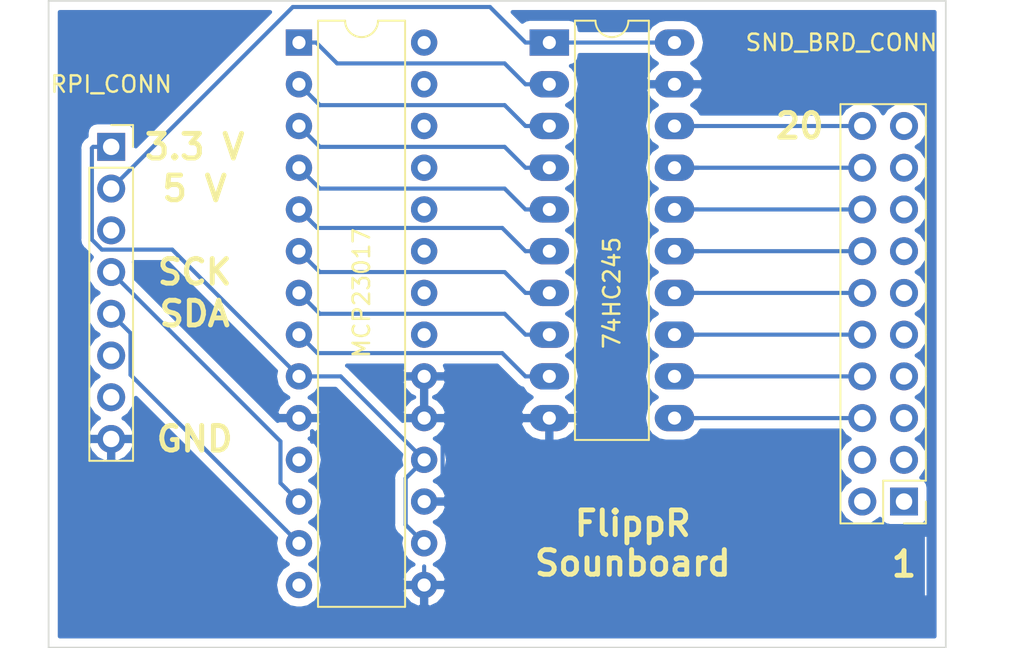
<source format=kicad_pcb>
(kicad_pcb (version 20171130) (host pcbnew 5.0.2-bee76a0~70~ubuntu18.04.1)

  (general
    (thickness 1.6)
    (drawings 12)
    (tracks 87)
    (zones 0)
    (modules 4)
    (nets 47)
  )

  (page A4)
  (layers
    (0 F.Cu signal)
    (31 B.Cu signal)
    (33 F.Adhes user)
    (35 F.Paste user)
    (37 F.SilkS user hide)
    (39 F.Mask user)
    (40 Dwgs.User user)
    (41 Cmts.User user)
    (42 Eco1.User user)
    (43 Eco2.User user)
    (44 Edge.Cuts user)
    (45 Margin user)
    (46 B.CrtYd user)
    (47 F.CrtYd user)
    (49 F.Fab user)
  )

  (setup
    (last_trace_width 0.25)
    (trace_clearance 0.2)
    (zone_clearance 0.508)
    (zone_45_only no)
    (trace_min 0.2)
    (segment_width 0.2)
    (edge_width 0.1)
    (via_size 0.8)
    (via_drill 0.4)
    (via_min_size 0.4)
    (via_min_drill 0.3)
    (uvia_size 0.3)
    (uvia_drill 0.1)
    (uvias_allowed no)
    (uvia_min_size 0.2)
    (uvia_min_drill 0.1)
    (pcb_text_width 0.3)
    (pcb_text_size 1.5 1.5)
    (mod_edge_width 0.15)
    (mod_text_size 1 1)
    (mod_text_width 0.15)
    (pad_size 1.5 1.5)
    (pad_drill 0.6)
    (pad_to_mask_clearance 0)
    (aux_axis_origin 0 0)
    (visible_elements FFFFFF7F)
    (pcbplotparams
      (layerselection 0x010fc_ffffffff)
      (usegerberextensions false)
      (usegerberattributes false)
      (usegerberadvancedattributes false)
      (creategerberjobfile false)
      (excludeedgelayer true)
      (linewidth 0.100000)
      (plotframeref false)
      (viasonmask false)
      (mode 1)
      (useauxorigin false)
      (hpglpennumber 1)
      (hpglpenspeed 20)
      (hpglpendiameter 15.000000)
      (psnegative false)
      (psa4output false)
      (plotreference true)
      (plotvalue true)
      (plotinvisibletext false)
      (padsonsilk false)
      (subtractmaskfromsilk false)
      (outputformat 1)
      (mirror false)
      (drillshape 1)
      (scaleselection 1)
      (outputdirectory ""))
  )

  (net 0 "")
  (net 1 "Net-(U1-Pad1)")
  (net 2 GND)
  (net 3 "Net-(U1-Pad2)")
  (net 4 +3V3)
  (net 5 "Net-(U1-Pad3)")
  (net 6 "Net-(U1-Pad4)")
  (net 7 "Net-(U1-Pad5)")
  (net 8 "Net-(U1-Pad6)")
  (net 9 "Net-(U1-Pad7)")
  (net 10 "Net-(U1-Pad21)")
  (net 11 "Net-(U1-Pad8)")
  (net 12 "Net-(U1-Pad22)")
  (net 13 "Net-(U1-Pad23)")
  (net 14 "Net-(U1-Pad24)")
  (net 15 "Net-(U1-Pad11)")
  (net 16 "Net-(U1-Pad25)")
  (net 17 /SCK)
  (net 18 "Net-(U1-Pad26)")
  (net 19 /SDA)
  (net 20 "Net-(U1-Pad27)")
  (net 21 "Net-(U1-Pad14)")
  (net 22 "Net-(U1-Pad28)")
  (net 23 +5V)
  (net 24 "Net-(J2-Pad6)")
  (net 25 "Net-(J2-Pad8)")
  (net 26 "Net-(J2-Pad10)")
  (net 27 "Net-(J2-Pad12)")
  (net 28 "Net-(J2-Pad14)")
  (net 29 "Net-(J2-Pad16)")
  (net 30 "Net-(J2-Pad18)")
  (net 31 "Net-(J2-Pad20)")
  (net 32 "Net-(J2-Pad1)")
  (net 33 "Net-(J2-Pad2)")
  (net 34 "Net-(J2-Pad3)")
  (net 35 "Net-(J2-Pad4)")
  (net 36 "Net-(J2-Pad5)")
  (net 37 "Net-(J2-Pad7)")
  (net 38 "Net-(J2-Pad9)")
  (net 39 "Net-(J2-Pad11)")
  (net 40 "Net-(J2-Pad13)")
  (net 41 "Net-(J2-Pad15)")
  (net 42 "Net-(J2-Pad17)")
  (net 43 "Net-(J2-Pad19)")
  (net 44 "Net-(J1-Pad3)")
  (net 45 "Net-(J1-Pad6)")
  (net 46 "Net-(J1-Pad7)")

  (net_class Default "This is the default net class."
    (clearance 0.2)
    (trace_width 0.25)
    (via_dia 0.8)
    (via_drill 0.4)
    (uvia_dia 0.3)
    (uvia_drill 0.1)
    (add_net +3V3)
    (add_net +5V)
    (add_net /SCK)
    (add_net /SDA)
    (add_net GND)
    (add_net "Net-(J1-Pad3)")
    (add_net "Net-(J1-Pad6)")
    (add_net "Net-(J1-Pad7)")
    (add_net "Net-(J2-Pad1)")
    (add_net "Net-(J2-Pad10)")
    (add_net "Net-(J2-Pad11)")
    (add_net "Net-(J2-Pad12)")
    (add_net "Net-(J2-Pad13)")
    (add_net "Net-(J2-Pad14)")
    (add_net "Net-(J2-Pad15)")
    (add_net "Net-(J2-Pad16)")
    (add_net "Net-(J2-Pad17)")
    (add_net "Net-(J2-Pad18)")
    (add_net "Net-(J2-Pad19)")
    (add_net "Net-(J2-Pad2)")
    (add_net "Net-(J2-Pad20)")
    (add_net "Net-(J2-Pad3)")
    (add_net "Net-(J2-Pad4)")
    (add_net "Net-(J2-Pad5)")
    (add_net "Net-(J2-Pad6)")
    (add_net "Net-(J2-Pad7)")
    (add_net "Net-(J2-Pad8)")
    (add_net "Net-(J2-Pad9)")
    (add_net "Net-(U1-Pad1)")
    (add_net "Net-(U1-Pad11)")
    (add_net "Net-(U1-Pad14)")
    (add_net "Net-(U1-Pad2)")
    (add_net "Net-(U1-Pad21)")
    (add_net "Net-(U1-Pad22)")
    (add_net "Net-(U1-Pad23)")
    (add_net "Net-(U1-Pad24)")
    (add_net "Net-(U1-Pad25)")
    (add_net "Net-(U1-Pad26)")
    (add_net "Net-(U1-Pad27)")
    (add_net "Net-(U1-Pad28)")
    (add_net "Net-(U1-Pad3)")
    (add_net "Net-(U1-Pad4)")
    (add_net "Net-(U1-Pad5)")
    (add_net "Net-(U1-Pad6)")
    (add_net "Net-(U1-Pad7)")
    (add_net "Net-(U1-Pad8)")
  )

  (module Connector_PinHeader_2.54mm:PinHeader_2x10_P2.54mm_Vertical (layer F.Cu) (tedit 5C4A36D9) (tstamp 5C58DA7B)
    (at 125.73 60.96 180)
    (descr "Through hole straight pin header, 2x10, 2.54mm pitch, double rows")
    (tags "Through hole pin header THT 2x10 2.54mm double row")
    (path /5C4A3D78)
    (fp_text reference SND_BRD_CONN (at 3.81 27.94) (layer F.SilkS)
      (effects (font (size 1 1) (thickness 0.15)))
    )
    (fp_text value Conn_02x10_Odd_Even (at 1.27 25.19 180) (layer F.Fab)
      (effects (font (size 1 1) (thickness 0.15)))
    )
    (fp_line (start 0 -1.27) (end 3.81 -1.27) (layer F.Fab) (width 0.1))
    (fp_line (start 3.81 -1.27) (end 3.81 24.13) (layer F.Fab) (width 0.1))
    (fp_line (start 3.81 24.13) (end -1.27 24.13) (layer F.Fab) (width 0.1))
    (fp_line (start -1.27 24.13) (end -1.27 0) (layer F.Fab) (width 0.1))
    (fp_line (start -1.27 0) (end 0 -1.27) (layer F.Fab) (width 0.1))
    (fp_line (start -1.33 24.19) (end 3.87 24.19) (layer F.SilkS) (width 0.12))
    (fp_line (start -1.33 1.27) (end -1.33 24.19) (layer F.SilkS) (width 0.12))
    (fp_line (start 3.87 -1.33) (end 3.87 24.19) (layer F.SilkS) (width 0.12))
    (fp_line (start -1.33 1.27) (end 1.27 1.27) (layer F.SilkS) (width 0.12))
    (fp_line (start 1.27 1.27) (end 1.27 -1.33) (layer F.SilkS) (width 0.12))
    (fp_line (start 1.27 -1.33) (end 3.87 -1.33) (layer F.SilkS) (width 0.12))
    (fp_line (start -1.33 0) (end -1.33 -1.33) (layer F.SilkS) (width 0.12))
    (fp_line (start -1.33 -1.33) (end 0 -1.33) (layer F.SilkS) (width 0.12))
    (fp_line (start -1.8 -1.8) (end -1.8 24.65) (layer F.CrtYd) (width 0.05))
    (fp_line (start -1.8 24.65) (end 4.35 24.65) (layer F.CrtYd) (width 0.05))
    (fp_line (start 4.35 24.65) (end 4.35 -1.8) (layer F.CrtYd) (width 0.05))
    (fp_line (start 4.35 -1.8) (end -1.8 -1.8) (layer F.CrtYd) (width 0.05))
    (fp_text user %R (at 1.27 11.43 270) (layer F.Fab)
      (effects (font (size 1 1) (thickness 0.15)))
    )
    (pad 1 thru_hole rect (at 0 0 180) (size 1.7 1.7) (drill 1) (layers *.Cu *.Mask)
      (net 32 "Net-(J2-Pad1)"))
    (pad 2 thru_hole oval (at 2.54 0 180) (size 1.7 1.7) (drill 1) (layers *.Cu *.Mask)
      (net 33 "Net-(J2-Pad2)"))
    (pad 3 thru_hole oval (at 0 2.54 180) (size 1.7 1.7) (drill 1) (layers *.Cu *.Mask)
      (net 34 "Net-(J2-Pad3)"))
    (pad 4 thru_hole oval (at 2.54 2.54 180) (size 1.7 1.7) (drill 1) (layers *.Cu *.Mask)
      (net 35 "Net-(J2-Pad4)"))
    (pad 5 thru_hole oval (at 0 5.08 180) (size 1.7 1.7) (drill 1) (layers *.Cu *.Mask)
      (net 36 "Net-(J2-Pad5)"))
    (pad 6 thru_hole oval (at 2.54 5.08 180) (size 1.7 1.7) (drill 1) (layers *.Cu *.Mask)
      (net 24 "Net-(J2-Pad6)"))
    (pad 7 thru_hole oval (at 0 7.62 180) (size 1.7 1.7) (drill 1) (layers *.Cu *.Mask)
      (net 37 "Net-(J2-Pad7)"))
    (pad 8 thru_hole oval (at 2.54 7.62 180) (size 1.7 1.7) (drill 1) (layers *.Cu *.Mask)
      (net 25 "Net-(J2-Pad8)"))
    (pad 9 thru_hole oval (at 0 10.16 180) (size 1.7 1.7) (drill 1) (layers *.Cu *.Mask)
      (net 38 "Net-(J2-Pad9)"))
    (pad 10 thru_hole oval (at 2.54 10.16 180) (size 1.7 1.7) (drill 1) (layers *.Cu *.Mask)
      (net 26 "Net-(J2-Pad10)"))
    (pad 11 thru_hole oval (at 0 12.7 180) (size 1.7 1.7) (drill 1) (layers *.Cu *.Mask)
      (net 39 "Net-(J2-Pad11)"))
    (pad 12 thru_hole oval (at 2.54 12.7 180) (size 1.7 1.7) (drill 1) (layers *.Cu *.Mask)
      (net 27 "Net-(J2-Pad12)"))
    (pad 13 thru_hole oval (at 0 15.24 180) (size 1.7 1.7) (drill 1) (layers *.Cu *.Mask)
      (net 40 "Net-(J2-Pad13)"))
    (pad 14 thru_hole oval (at 2.54 15.24 180) (size 1.7 1.7) (drill 1) (layers *.Cu *.Mask)
      (net 28 "Net-(J2-Pad14)"))
    (pad 15 thru_hole oval (at 0 17.78 180) (size 1.7 1.7) (drill 1) (layers *.Cu *.Mask)
      (net 41 "Net-(J2-Pad15)"))
    (pad 16 thru_hole oval (at 2.54 17.78 180) (size 1.7 1.7) (drill 1) (layers *.Cu *.Mask)
      (net 29 "Net-(J2-Pad16)"))
    (pad 17 thru_hole oval (at 0 20.32 180) (size 1.7 1.7) (drill 1) (layers *.Cu *.Mask)
      (net 42 "Net-(J2-Pad17)"))
    (pad 18 thru_hole oval (at 2.54 20.32 180) (size 1.7 1.7) (drill 1) (layers *.Cu *.Mask)
      (net 30 "Net-(J2-Pad18)"))
    (pad 19 thru_hole oval (at 0 22.86 180) (size 1.7 1.7) (drill 1) (layers *.Cu *.Mask)
      (net 43 "Net-(J2-Pad19)"))
    (pad 20 thru_hole oval (at 2.54 22.86 180) (size 1.7 1.7) (drill 1) (layers *.Cu *.Mask)
      (net 31 "Net-(J2-Pad20)"))
    (model ${KISYS3DMOD}/Connector_PinHeader_2.54mm.3dshapes/PinHeader_2x10_P2.54mm_Vertical.wrl
      (at (xyz 0 0 0))
      (scale (xyz 1 1 1))
      (rotate (xyz 0 0 0))
    )
  )

  (module Connector_PinSocket_2.54mm:PinSocket_1x08_P2.54mm_Vertical (layer F.Cu) (tedit 5C4A36EA) (tstamp 5C56B427)
    (at 77.47 39.37)
    (descr "Through hole straight socket strip, 1x08, 2.54mm pitch, single row (from Kicad 4.0.7), script generated")
    (tags "Through hole socket strip THT 1x08 2.54mm single row")
    (path /5C4A1DD0)
    (fp_text reference RPI_CONN (at 0 -3.81 180) (layer F.SilkS)
      (effects (font (size 1 1) (thickness 0.15)))
    )
    (fp_text value Conn_01x08_Male (at 0 20.55) (layer F.Fab)
      (effects (font (size 1 1) (thickness 0.15)))
    )
    (fp_line (start -1.27 -1.27) (end 0.635 -1.27) (layer F.Fab) (width 0.1))
    (fp_line (start 0.635 -1.27) (end 1.27 -0.635) (layer F.Fab) (width 0.1))
    (fp_line (start 1.27 -0.635) (end 1.27 19.05) (layer F.Fab) (width 0.1))
    (fp_line (start 1.27 19.05) (end -1.27 19.05) (layer F.Fab) (width 0.1))
    (fp_line (start -1.27 19.05) (end -1.27 -1.27) (layer F.Fab) (width 0.1))
    (fp_line (start -1.33 1.27) (end 1.33 1.27) (layer F.SilkS) (width 0.12))
    (fp_line (start -1.33 1.27) (end -1.33 19.11) (layer F.SilkS) (width 0.12))
    (fp_line (start -1.33 19.11) (end 1.33 19.11) (layer F.SilkS) (width 0.12))
    (fp_line (start 1.33 1.27) (end 1.33 19.11) (layer F.SilkS) (width 0.12))
    (fp_line (start 1.33 -1.33) (end 1.33 0) (layer F.SilkS) (width 0.12))
    (fp_line (start 0 -1.33) (end 1.33 -1.33) (layer F.SilkS) (width 0.12))
    (fp_line (start -1.8 -1.8) (end 1.75 -1.8) (layer F.CrtYd) (width 0.05))
    (fp_line (start 1.75 -1.8) (end 1.75 19.55) (layer F.CrtYd) (width 0.05))
    (fp_line (start 1.75 19.55) (end -1.8 19.55) (layer F.CrtYd) (width 0.05))
    (fp_line (start -1.8 19.55) (end -1.8 -1.8) (layer F.CrtYd) (width 0.05))
    (fp_text user %R (at 0 8.89 90) (layer F.Fab)
      (effects (font (size 1 1) (thickness 0.15)))
    )
    (pad 1 thru_hole rect (at 0 0) (size 1.7 1.7) (drill 1) (layers *.Cu *.Mask)
      (net 4 +3V3))
    (pad 2 thru_hole oval (at 0 2.54) (size 1.7 1.7) (drill 1) (layers *.Cu *.Mask)
      (net 23 +5V))
    (pad 3 thru_hole oval (at 0 5.08) (size 1.7 1.7) (drill 1) (layers *.Cu *.Mask)
      (net 44 "Net-(J1-Pad3)"))
    (pad 4 thru_hole oval (at 0 7.62) (size 1.7 1.7) (drill 1) (layers *.Cu *.Mask)
      (net 17 /SCK))
    (pad 5 thru_hole oval (at 0 10.16) (size 1.7 1.7) (drill 1) (layers *.Cu *.Mask)
      (net 19 /SDA))
    (pad 6 thru_hole oval (at 0 12.7) (size 1.7 1.7) (drill 1) (layers *.Cu *.Mask)
      (net 45 "Net-(J1-Pad6)"))
    (pad 7 thru_hole oval (at 0 15.24) (size 1.7 1.7) (drill 1) (layers *.Cu *.Mask)
      (net 46 "Net-(J1-Pad7)"))
    (pad 8 thru_hole oval (at 0 17.78) (size 1.7 1.7) (drill 1) (layers *.Cu *.Mask)
      (net 2 GND))
    (model ${KISYS3DMOD}/Connector_PinSocket_2.54mm.3dshapes/PinSocket_1x08_P2.54mm_Vertical.wrl
      (at (xyz 0 0 0))
      (scale (xyz 1 1 1))
      (rotate (xyz 0 0 0))
    )
  )

  (module Package_DIP:DIP-20_W7.62mm_LongPads (layer F.Cu) (tedit 5C4A3683) (tstamp 5C56BE25)
    (at 104.14 33.02)
    (descr "20-lead though-hole mounted DIP package, row spacing 7.62 mm (300 mils), LongPads")
    (tags "THT DIP DIL PDIP 2.54mm 7.62mm 300mil LongPads")
    (path /5C4A240D)
    (fp_text reference 74HC245 (at 3.81 15.24 90) (layer F.SilkS)
      (effects (font (size 1 1) (thickness 0.15)))
    )
    (fp_text value 74HC245 (at 3.81 25.19) (layer F.Fab)
      (effects (font (size 1 1) (thickness 0.15)))
    )
    (fp_arc (start 3.81 -1.33) (end 2.81 -1.33) (angle -180) (layer F.SilkS) (width 0.12))
    (fp_line (start 1.635 -1.27) (end 6.985 -1.27) (layer F.Fab) (width 0.1))
    (fp_line (start 6.985 -1.27) (end 6.985 24.13) (layer F.Fab) (width 0.1))
    (fp_line (start 6.985 24.13) (end 0.635 24.13) (layer F.Fab) (width 0.1))
    (fp_line (start 0.635 24.13) (end 0.635 -0.27) (layer F.Fab) (width 0.1))
    (fp_line (start 0.635 -0.27) (end 1.635 -1.27) (layer F.Fab) (width 0.1))
    (fp_line (start 2.81 -1.33) (end 1.56 -1.33) (layer F.SilkS) (width 0.12))
    (fp_line (start 1.56 -1.33) (end 1.56 24.19) (layer F.SilkS) (width 0.12))
    (fp_line (start 1.56 24.19) (end 6.06 24.19) (layer F.SilkS) (width 0.12))
    (fp_line (start 6.06 24.19) (end 6.06 -1.33) (layer F.SilkS) (width 0.12))
    (fp_line (start 6.06 -1.33) (end 4.81 -1.33) (layer F.SilkS) (width 0.12))
    (fp_line (start -1.45 -1.55) (end -1.45 24.4) (layer F.CrtYd) (width 0.05))
    (fp_line (start -1.45 24.4) (end 9.1 24.4) (layer F.CrtYd) (width 0.05))
    (fp_line (start 9.1 24.4) (end 9.1 -1.55) (layer F.CrtYd) (width 0.05))
    (fp_line (start 9.1 -1.55) (end -1.45 -1.55) (layer F.CrtYd) (width 0.05))
    (fp_text user %R (at 3.81 11.43) (layer F.Fab)
      (effects (font (size 1 1) (thickness 0.15)))
    )
    (pad 1 thru_hole rect (at 0 0) (size 2.4 1.6) (drill 0.8) (layers *.Cu *.Mask)
      (net 23 +5V))
    (pad 11 thru_hole oval (at 7.62 22.86) (size 2.4 1.6) (drill 0.8) (layers *.Cu *.Mask)
      (net 24 "Net-(J2-Pad6)"))
    (pad 2 thru_hole oval (at 0 2.54) (size 2.4 1.6) (drill 0.8) (layers *.Cu *.Mask)
      (net 1 "Net-(U1-Pad1)"))
    (pad 12 thru_hole oval (at 7.62 20.32) (size 2.4 1.6) (drill 0.8) (layers *.Cu *.Mask)
      (net 25 "Net-(J2-Pad8)"))
    (pad 3 thru_hole oval (at 0 5.08) (size 2.4 1.6) (drill 0.8) (layers *.Cu *.Mask)
      (net 3 "Net-(U1-Pad2)"))
    (pad 13 thru_hole oval (at 7.62 17.78) (size 2.4 1.6) (drill 0.8) (layers *.Cu *.Mask)
      (net 26 "Net-(J2-Pad10)"))
    (pad 4 thru_hole oval (at 0 7.62) (size 2.4 1.6) (drill 0.8) (layers *.Cu *.Mask)
      (net 5 "Net-(U1-Pad3)"))
    (pad 14 thru_hole oval (at 7.62 15.24) (size 2.4 1.6) (drill 0.8) (layers *.Cu *.Mask)
      (net 27 "Net-(J2-Pad12)"))
    (pad 5 thru_hole oval (at 0 10.16) (size 2.4 1.6) (drill 0.8) (layers *.Cu *.Mask)
      (net 6 "Net-(U1-Pad4)"))
    (pad 15 thru_hole oval (at 7.62 12.7) (size 2.4 1.6) (drill 0.8) (layers *.Cu *.Mask)
      (net 28 "Net-(J2-Pad14)"))
    (pad 6 thru_hole oval (at 0 12.7) (size 2.4 1.6) (drill 0.8) (layers *.Cu *.Mask)
      (net 7 "Net-(U1-Pad5)"))
    (pad 16 thru_hole oval (at 7.62 10.16) (size 2.4 1.6) (drill 0.8) (layers *.Cu *.Mask)
      (net 29 "Net-(J2-Pad16)"))
    (pad 7 thru_hole oval (at 0 15.24) (size 2.4 1.6) (drill 0.8) (layers *.Cu *.Mask)
      (net 8 "Net-(U1-Pad6)"))
    (pad 17 thru_hole oval (at 7.62 7.62) (size 2.4 1.6) (drill 0.8) (layers *.Cu *.Mask)
      (net 30 "Net-(J2-Pad18)"))
    (pad 8 thru_hole oval (at 0 17.78) (size 2.4 1.6) (drill 0.8) (layers *.Cu *.Mask)
      (net 9 "Net-(U1-Pad7)"))
    (pad 18 thru_hole oval (at 7.62 5.08) (size 2.4 1.6) (drill 0.8) (layers *.Cu *.Mask)
      (net 31 "Net-(J2-Pad20)"))
    (pad 9 thru_hole oval (at 0 20.32) (size 2.4 1.6) (drill 0.8) (layers *.Cu *.Mask)
      (net 11 "Net-(U1-Pad8)"))
    (pad 19 thru_hole oval (at 7.62 2.54) (size 2.4 1.6) (drill 0.8) (layers *.Cu *.Mask)
      (net 2 GND))
    (pad 10 thru_hole oval (at 0 22.86) (size 2.4 1.6) (drill 0.8) (layers *.Cu *.Mask)
      (net 2 GND))
    (pad 20 thru_hole oval (at 7.62 0) (size 2.4 1.6) (drill 0.8) (layers *.Cu *.Mask)
      (net 23 +5V))
    (model ${KISYS3DMOD}/Package_DIP.3dshapes/DIP-20_W7.62mm.wrl
      (at (xyz 0 0 0))
      (scale (xyz 1 1 1))
      (rotate (xyz 0 0 0))
    )
  )

  (module Package_DIP:DIP-28_W7.62mm (layer F.Cu) (tedit 5C4A3697) (tstamp 5C56B3B9)
    (at 88.9 33.02)
    (descr "28-lead though-hole mounted DIP package, row spacing 7.62 mm (300 mils)")
    (tags "THT DIP DIL PDIP 2.54mm 7.62mm 300mil")
    (path /5C4A2167)
    (fp_text reference MCP23017 (at 3.81 15.24 90) (layer F.SilkS)
      (effects (font (size 1 1) (thickness 0.15)))
    )
    (fp_text value MCP23017_SP (at 3.81 35.35) (layer F.Fab)
      (effects (font (size 1 1) (thickness 0.15)))
    )
    (fp_arc (start 3.81 -1.33) (end 2.81 -1.33) (angle -180) (layer F.SilkS) (width 0.12))
    (fp_line (start 1.635 -1.27) (end 6.985 -1.27) (layer F.Fab) (width 0.1))
    (fp_line (start 6.985 -1.27) (end 6.985 34.29) (layer F.Fab) (width 0.1))
    (fp_line (start 6.985 34.29) (end 0.635 34.29) (layer F.Fab) (width 0.1))
    (fp_line (start 0.635 34.29) (end 0.635 -0.27) (layer F.Fab) (width 0.1))
    (fp_line (start 0.635 -0.27) (end 1.635 -1.27) (layer F.Fab) (width 0.1))
    (fp_line (start 2.81 -1.33) (end 1.16 -1.33) (layer F.SilkS) (width 0.12))
    (fp_line (start 1.16 -1.33) (end 1.16 34.35) (layer F.SilkS) (width 0.12))
    (fp_line (start 1.16 34.35) (end 6.46 34.35) (layer F.SilkS) (width 0.12))
    (fp_line (start 6.46 34.35) (end 6.46 -1.33) (layer F.SilkS) (width 0.12))
    (fp_line (start 6.46 -1.33) (end 4.81 -1.33) (layer F.SilkS) (width 0.12))
    (fp_line (start -1.1 -1.55) (end -1.1 34.55) (layer F.CrtYd) (width 0.05))
    (fp_line (start -1.1 34.55) (end 8.7 34.55) (layer F.CrtYd) (width 0.05))
    (fp_line (start 8.7 34.55) (end 8.7 -1.55) (layer F.CrtYd) (width 0.05))
    (fp_line (start 8.7 -1.55) (end -1.1 -1.55) (layer F.CrtYd) (width 0.05))
    (fp_text user %R (at 3.81 16.51) (layer F.Fab)
      (effects (font (size 1 1) (thickness 0.15)))
    )
    (pad 1 thru_hole rect (at 0 0) (size 1.6 1.6) (drill 0.8) (layers *.Cu *.Mask)
      (net 1 "Net-(U1-Pad1)"))
    (pad 15 thru_hole oval (at 7.62 33.02) (size 1.6 1.6) (drill 0.8) (layers *.Cu *.Mask)
      (net 2 GND))
    (pad 2 thru_hole oval (at 0 2.54) (size 1.6 1.6) (drill 0.8) (layers *.Cu *.Mask)
      (net 3 "Net-(U1-Pad2)"))
    (pad 16 thru_hole oval (at 7.62 30.48) (size 1.6 1.6) (drill 0.8) (layers *.Cu *.Mask)
      (net 4 +3V3))
    (pad 3 thru_hole oval (at 0 5.08) (size 1.6 1.6) (drill 0.8) (layers *.Cu *.Mask)
      (net 5 "Net-(U1-Pad3)"))
    (pad 17 thru_hole oval (at 7.62 27.94) (size 1.6 1.6) (drill 0.8) (layers *.Cu *.Mask)
      (net 2 GND))
    (pad 4 thru_hole oval (at 0 7.62) (size 1.6 1.6) (drill 0.8) (layers *.Cu *.Mask)
      (net 6 "Net-(U1-Pad4)"))
    (pad 18 thru_hole oval (at 7.62 25.4) (size 1.6 1.6) (drill 0.8) (layers *.Cu *.Mask)
      (net 4 +3V3))
    (pad 5 thru_hole oval (at 0 10.16) (size 1.6 1.6) (drill 0.8) (layers *.Cu *.Mask)
      (net 7 "Net-(U1-Pad5)"))
    (pad 19 thru_hole oval (at 7.62 22.86) (size 1.6 1.6) (drill 0.8) (layers *.Cu *.Mask)
      (net 2 GND))
    (pad 6 thru_hole oval (at 0 12.7) (size 1.6 1.6) (drill 0.8) (layers *.Cu *.Mask)
      (net 8 "Net-(U1-Pad6)"))
    (pad 20 thru_hole oval (at 7.62 20.32) (size 1.6 1.6) (drill 0.8) (layers *.Cu *.Mask)
      (net 2 GND))
    (pad 7 thru_hole oval (at 0 15.24) (size 1.6 1.6) (drill 0.8) (layers *.Cu *.Mask)
      (net 9 "Net-(U1-Pad7)"))
    (pad 21 thru_hole oval (at 7.62 17.78) (size 1.6 1.6) (drill 0.8) (layers *.Cu *.Mask)
      (net 10 "Net-(U1-Pad21)"))
    (pad 8 thru_hole oval (at 0 17.78) (size 1.6 1.6) (drill 0.8) (layers *.Cu *.Mask)
      (net 11 "Net-(U1-Pad8)"))
    (pad 22 thru_hole oval (at 7.62 15.24) (size 1.6 1.6) (drill 0.8) (layers *.Cu *.Mask)
      (net 12 "Net-(U1-Pad22)"))
    (pad 9 thru_hole oval (at 0 20.32) (size 1.6 1.6) (drill 0.8) (layers *.Cu *.Mask)
      (net 4 +3V3))
    (pad 23 thru_hole oval (at 7.62 12.7) (size 1.6 1.6) (drill 0.8) (layers *.Cu *.Mask)
      (net 13 "Net-(U1-Pad23)"))
    (pad 10 thru_hole oval (at 0 22.86) (size 1.6 1.6) (drill 0.8) (layers *.Cu *.Mask)
      (net 2 GND))
    (pad 24 thru_hole oval (at 7.62 10.16) (size 1.6 1.6) (drill 0.8) (layers *.Cu *.Mask)
      (net 14 "Net-(U1-Pad24)"))
    (pad 11 thru_hole oval (at 0 25.4) (size 1.6 1.6) (drill 0.8) (layers *.Cu *.Mask)
      (net 15 "Net-(U1-Pad11)"))
    (pad 25 thru_hole oval (at 7.62 7.62) (size 1.6 1.6) (drill 0.8) (layers *.Cu *.Mask)
      (net 16 "Net-(U1-Pad25)"))
    (pad 12 thru_hole oval (at 0 27.94) (size 1.6 1.6) (drill 0.8) (layers *.Cu *.Mask)
      (net 17 /SCK))
    (pad 26 thru_hole oval (at 7.62 5.08) (size 1.6 1.6) (drill 0.8) (layers *.Cu *.Mask)
      (net 18 "Net-(U1-Pad26)"))
    (pad 13 thru_hole oval (at 0 30.48) (size 1.6 1.6) (drill 0.8) (layers *.Cu *.Mask)
      (net 19 /SDA))
    (pad 27 thru_hole oval (at 7.62 2.54) (size 1.6 1.6) (drill 0.8) (layers *.Cu *.Mask)
      (net 20 "Net-(U1-Pad27)"))
    (pad 14 thru_hole oval (at 0 33.02) (size 1.6 1.6) (drill 0.8) (layers *.Cu *.Mask)
      (net 21 "Net-(U1-Pad14)"))
    (pad 28 thru_hole oval (at 7.62 0) (size 1.6 1.6) (drill 0.8) (layers *.Cu *.Mask)
      (net 22 "Net-(U1-Pad28)"))
    (model ${KISYS3DMOD}/Package_DIP.3dshapes/DIP-28_W7.62mm.wrl
      (at (xyz 0 0 0))
      (scale (xyz 1 1 1))
      (rotate (xyz 0 0 0))
    )
  )

  (gr_text "SDA\n" (at 82.55 49.53) (layer F.SilkS)
    (effects (font (size 1.5 1.5) (thickness 0.3)))
  )
  (gr_text "SCK\n" (at 82.55 46.99) (layer F.SilkS)
    (effects (font (size 1.5 1.5) (thickness 0.3)))
  )
  (gr_text "5 V\n" (at 82.55 41.91) (layer F.SilkS)
    (effects (font (size 1.5 1.5) (thickness 0.3)))
  )
  (gr_text "3.3 V" (at 82.55 39.37) (layer F.SilkS)
    (effects (font (size 1.5 1.5) (thickness 0.3)))
  )
  (gr_text "GND\n" (at 82.55 57.15) (layer F.SilkS)
    (effects (font (size 1.5 1.5) (thickness 0.3)))
  )
  (gr_text "20\n" (at 119.38 38.1) (layer F.SilkS)
    (effects (font (size 1.5 1.5) (thickness 0.3)))
  )
  (gr_text 1 (at 125.73 64.77) (layer F.SilkS)
    (effects (font (size 1.5 1.5) (thickness 0.3)))
  )
  (gr_text "FlippR\nSounboard" (at 109.22 63.5) (layer F.SilkS)
    (effects (font (size 1.5 1.5) (thickness 0.3)))
  )
  (gr_line (start 128.27 30.48) (end 73.66 30.48) (layer Edge.Cuts) (width 0.1))
  (gr_line (start 128.27 69.85) (end 128.27 30.48) (layer Edge.Cuts) (width 0.1))
  (gr_line (start 73.66 69.85) (end 128.27 69.85) (layer Edge.Cuts) (width 0.1))
  (gr_line (start 73.66 30.48) (end 73.66 69.85) (layer Edge.Cuts) (width 0.1))

  (segment (start 89.95 33.02) (end 91.22 34.29) (width 0.25) (layer B.Cu) (net 1))
  (segment (start 88.9 33.02) (end 89.95 33.02) (width 0.25) (layer B.Cu) (net 1))
  (segment (start 102.69 35.56) (end 104.14 35.56) (width 0.25) (layer B.Cu) (net 1))
  (segment (start 101.42 34.29) (end 102.69 35.56) (width 0.25) (layer B.Cu) (net 1))
  (segment (start 91.22 34.29) (end 101.42 34.29) (width 0.25) (layer B.Cu) (net 1))
  (segment (start 104.14 56.93) (end 104.14 55.88) (width 0.25) (layer B.Cu) (net 2))
  (segment (start 104.14 57.545002) (end 104.14 56.93) (width 0.25) (layer B.Cu) (net 2))
  (segment (start 89.699999 56.679999) (end 89.699999 57.316409) (width 0.25) (layer B.Cu) (net 2))
  (segment (start 111.36 35.56) (end 111.76 35.56) (width 0.25) (layer B.Cu) (net 2))
  (segment (start 104.14 55.88) (end 104.54 55.88) (width 0.25) (layer B.Cu) (net 2))
  (segment (start 97.645001 59.834999) (end 97.645001 57.005001) (width 0.25) (layer B.Cu) (net 2))
  (segment (start 96.52 55.88) (end 96.52 53.34) (width 0.25) (layer B.Cu) (net 2))
  (segment (start 103.74 55.88) (end 104.14 55.88) (width 0.25) (layer B.Cu) (net 2))
  (segment (start 101.6 53.34) (end 102.69 54.43) (width 0.25) (layer B.Cu) (net 2))
  (segment (start 102.69 54.43) (end 102.69 54.83) (width 0.25) (layer B.Cu) (net 2))
  (segment (start 96.52 53.34) (end 101.6 53.34) (width 0.25) (layer B.Cu) (net 2))
  (segment (start 90.025001 57.005001) (end 89.699999 56.679999) (width 0.25) (layer B.Cu) (net 2))
  (segment (start 96.52 66.04) (end 96.52 64.90863) (width 0.25) (layer B.Cu) (net 2))
  (segment (start 102.69 38.1) (end 104.14 38.1) (width 0.25) (layer B.Cu) (net 3))
  (segment (start 101.42 36.83) (end 102.69 38.1) (width 0.25) (layer B.Cu) (net 3))
  (segment (start 90.17 36.83) (end 101.42 36.83) (width 0.25) (layer B.Cu) (net 3))
  (segment (start 88.9 35.56) (end 90.17 36.83) (width 0.25) (layer B.Cu) (net 3))
  (segment (start 76.294999 39.445001) (end 76.37 39.37) (width 0.25) (layer B.Cu) (net 4))
  (segment (start 76.905999 45.625001) (end 76.294999 45.014001) (width 0.25) (layer B.Cu) (net 4))
  (segment (start 76.37 39.37) (end 77.47 39.37) (width 0.25) (layer B.Cu) (net 4))
  (segment (start 81.185001 45.625001) (end 76.905999 45.625001) (width 0.25) (layer B.Cu) (net 4))
  (segment (start 76.294999 45.014001) (end 76.294999 39.445001) (width 0.25) (layer B.Cu) (net 4))
  (segment (start 88.9 53.34) (end 81.185001 45.625001) (width 0.25) (layer B.Cu) (net 4))
  (segment (start 91.44 53.34) (end 96.52 58.42) (width 0.25) (layer B.Cu) (net 4))
  (segment (start 88.9 53.34) (end 91.44 53.34) (width 0.25) (layer B.Cu) (net 4))
  (segment (start 95.394999 59.545001) (end 95.394999 62.374999) (width 0.25) (layer B.Cu) (net 4))
  (segment (start 95.720001 62.700001) (end 96.52 63.5) (width 0.25) (layer B.Cu) (net 4))
  (segment (start 95.394999 62.374999) (end 95.720001 62.700001) (width 0.25) (layer B.Cu) (net 4))
  (segment (start 96.52 58.42) (end 95.394999 59.545001) (width 0.25) (layer B.Cu) (net 4))
  (segment (start 102.69 40.64) (end 104.14 40.64) (width 0.25) (layer B.Cu) (net 5))
  (segment (start 101.42 39.37) (end 102.69 40.64) (width 0.25) (layer B.Cu) (net 5))
  (segment (start 90.17 39.37) (end 101.42 39.37) (width 0.25) (layer B.Cu) (net 5))
  (segment (start 88.9 38.1) (end 90.17 39.37) (width 0.25) (layer B.Cu) (net 5))
  (segment (start 101.42 41.91) (end 102.69 43.18) (width 0.25) (layer B.Cu) (net 6))
  (segment (start 102.69 43.18) (end 104.14 43.18) (width 0.25) (layer B.Cu) (net 6))
  (segment (start 90.17 41.91) (end 101.42 41.91) (width 0.25) (layer B.Cu) (net 6))
  (segment (start 88.9 40.64) (end 90.17 41.91) (width 0.25) (layer B.Cu) (net 6))
  (segment (start 102.69 45.72) (end 104.14 45.72) (width 0.25) (layer B.Cu) (net 7))
  (segment (start 101.275001 44.305001) (end 102.69 45.72) (width 0.25) (layer B.Cu) (net 7))
  (segment (start 90.025001 44.305001) (end 101.275001 44.305001) (width 0.25) (layer B.Cu) (net 7))
  (segment (start 88.9 43.18) (end 90.025001 44.305001) (width 0.25) (layer B.Cu) (net 7))
  (segment (start 102.69 48.26) (end 104.14 48.26) (width 0.25) (layer B.Cu) (net 8))
  (segment (start 101.42 46.99) (end 102.69 48.26) (width 0.25) (layer B.Cu) (net 8))
  (segment (start 90.17 46.99) (end 101.42 46.99) (width 0.25) (layer B.Cu) (net 8))
  (segment (start 88.9 45.72) (end 90.17 46.99) (width 0.25) (layer B.Cu) (net 8))
  (segment (start 102.69 50.8) (end 104.14 50.8) (width 0.25) (layer B.Cu) (net 9))
  (segment (start 90.17 49.53) (end 101.42 49.53) (width 0.25) (layer B.Cu) (net 9))
  (segment (start 101.42 49.53) (end 102.69 50.8) (width 0.25) (layer B.Cu) (net 9))
  (segment (start 88.9 48.26) (end 90.17 49.53) (width 0.25) (layer B.Cu) (net 9))
  (segment (start 102.69 53.34) (end 104.14 53.34) (width 0.25) (layer B.Cu) (net 11))
  (segment (start 101.275001 51.925001) (end 102.69 53.34) (width 0.25) (layer B.Cu) (net 11))
  (segment (start 90.025001 51.925001) (end 101.275001 51.925001) (width 0.25) (layer B.Cu) (net 11))
  (segment (start 88.9 50.8) (end 90.025001 51.925001) (width 0.25) (layer B.Cu) (net 11))
  (segment (start 88.100001 60.160001) (end 88.9 60.96) (width 0.25) (layer B.Cu) (net 17))
  (segment (start 87.774999 59.834999) (end 88.100001 60.160001) (width 0.25) (layer B.Cu) (net 17))
  (segment (start 87.774999 57.294999) (end 87.774999 59.834999) (width 0.25) (layer B.Cu) (net 17))
  (segment (start 77.47 46.99) (end 87.774999 57.294999) (width 0.25) (layer B.Cu) (net 17))
  (segment (start 88.100001 62.700001) (end 88.9 63.5) (width 0.25) (layer B.Cu) (net 19))
  (segment (start 78.645001 53.245001) (end 88.100001 62.700001) (width 0.25) (layer B.Cu) (net 19))
  (segment (start 78.645001 50.705001) (end 78.645001 53.245001) (width 0.25) (layer B.Cu) (net 19))
  (segment (start 77.47 49.53) (end 78.645001 50.705001) (width 0.25) (layer B.Cu) (net 19))
  (segment (start 102.69 33.02) (end 104.14 33.02) (width 0.25) (layer B.Cu) (net 23))
  (segment (start 100.52501 30.85501) (end 102.69 33.02) (width 0.25) (layer B.Cu) (net 23))
  (segment (start 88.52499 30.85501) (end 100.52501 30.85501) (width 0.25) (layer B.Cu) (net 23))
  (segment (start 77.47 41.91) (end 88.52499 30.85501) (width 0.25) (layer B.Cu) (net 23))
  (segment (start 104.14 33.02) (end 111.76 33.02) (width 0.25) (layer B.Cu) (net 23))
  (segment (start 111.76 55.88) (end 113.21 55.88) (width 0.25) (layer B.Cu) (net 24))
  (segment (start 111.76 55.88) (end 123.19 55.88) (width 0.25) (layer B.Cu) (net 24))
  (segment (start 111.76 53.34) (end 113.21 53.34) (width 0.25) (layer B.Cu) (net 25))
  (segment (start 111.76 53.34) (end 123.19 53.34) (width 0.25) (layer B.Cu) (net 25))
  (segment (start 111.76 50.8) (end 113.21 50.8) (width 0.25) (layer B.Cu) (net 26))
  (segment (start 111.76 50.8) (end 123.19 50.8) (width 0.25) (layer B.Cu) (net 26))
  (segment (start 111.76 48.26) (end 113.21 48.26) (width 0.25) (layer B.Cu) (net 27))
  (segment (start 111.76 48.26) (end 123.19 48.26) (width 0.25) (layer B.Cu) (net 27))
  (segment (start 111.76 45.72) (end 113.21 45.72) (width 0.25) (layer B.Cu) (net 28))
  (segment (start 111.76 45.72) (end 123.19 45.72) (width 0.25) (layer B.Cu) (net 28))
  (segment (start 111.76 43.18) (end 113.21 43.18) (width 0.25) (layer B.Cu) (net 29))
  (segment (start 111.76 43.18) (end 123.19 43.18) (width 0.25) (layer B.Cu) (net 29))
  (segment (start 111.76 40.64) (end 113.21 40.64) (width 0.25) (layer B.Cu) (net 30))
  (segment (start 111.76 40.64) (end 123.19 40.64) (width 0.25) (layer B.Cu) (net 30))
  (segment (start 113.21 38.1) (end 111.76 38.1) (width 0.25) (layer B.Cu) (net 31))
  (segment (start 111.76 38.1) (end 123.19 38.1) (width 0.25) (layer B.Cu) (net 31))

  (zone (net 2) (net_name GND) (layer B.Cu) (tstamp 0) (hatch edge 0.508)
    (connect_pads (clearance 0.508))
    (min_thickness 0.254)
    (fill yes (arc_segments 16) (thermal_gap 0.508) (thermal_bridge_width 0.508))
    (polygon
      (pts
        (xy 128.27 30.48) (xy 73.66 30.48) (xy 73.66 69.85) (xy 127 69.85) (xy 128.27 69.85)
      )
    )
    (filled_polygon
      (pts
        (xy 78.96744 39.337759) (xy 78.96744 38.52) (xy 78.918157 38.272235) (xy 78.777809 38.062191) (xy 78.567765 37.921843)
        (xy 78.32 37.87256) (xy 76.62 37.87256) (xy 76.372235 37.921843) (xy 76.162191 38.062191) (xy 76.021843 38.272235)
        (xy 75.97256 38.52) (xy 75.97256 38.721517) (xy 75.822071 38.822071) (xy 75.792029 38.867032) (xy 75.747071 38.897072)
        (xy 75.704671 38.960528) (xy 75.70467 38.960529) (xy 75.579096 39.148464) (xy 75.520111 39.445001) (xy 75.535 39.519853)
        (xy 75.534999 44.939154) (xy 75.520111 45.014001) (xy 75.534999 45.088848) (xy 75.534999 45.088852) (xy 75.579095 45.310537)
        (xy 75.74707 45.56193) (xy 75.810528 45.604331) (xy 76.289704 46.083509) (xy 76.071161 46.410582) (xy 75.955908 46.99)
        (xy 76.071161 47.569418) (xy 76.399375 48.060625) (xy 76.697761 48.26) (xy 76.399375 48.459375) (xy 76.071161 48.950582)
        (xy 75.955908 49.53) (xy 76.071161 50.109418) (xy 76.399375 50.600625) (xy 76.697761 50.8) (xy 76.399375 50.999375)
        (xy 76.071161 51.490582) (xy 75.955908 52.07) (xy 76.071161 52.649418) (xy 76.399375 53.140625) (xy 76.697761 53.34)
        (xy 76.399375 53.539375) (xy 76.071161 54.030582) (xy 75.955908 54.61) (xy 76.071161 55.189418) (xy 76.399375 55.680625)
        (xy 76.718478 55.893843) (xy 76.588642 55.954817) (xy 76.198355 56.383076) (xy 76.028524 56.79311) (xy 76.149845 57.023)
        (xy 77.343 57.023) (xy 77.343 57.003) (xy 77.597 57.003) (xy 77.597 57.023) (xy 78.790155 57.023)
        (xy 78.911476 56.79311) (xy 78.741645 56.383076) (xy 78.351358 55.954817) (xy 78.221522 55.893843) (xy 78.540625 55.680625)
        (xy 78.868839 55.189418) (xy 78.97598 54.650781) (xy 87.501312 63.176114) (xy 87.436887 63.5) (xy 87.54826 64.059909)
        (xy 87.865423 64.534577) (xy 88.217758 64.77) (xy 87.865423 65.005423) (xy 87.54826 65.480091) (xy 87.436887 66.04)
        (xy 87.54826 66.599909) (xy 87.865423 67.074577) (xy 88.340091 67.39174) (xy 88.758667 67.475) (xy 89.041333 67.475)
        (xy 89.459909 67.39174) (xy 89.934577 67.074577) (xy 90.25174 66.599909) (xy 90.293684 66.389039) (xy 95.128096 66.389039)
        (xy 95.288959 66.777423) (xy 95.664866 67.192389) (xy 96.170959 67.431914) (xy 96.393 67.310629) (xy 96.393 66.167)
        (xy 96.647 66.167) (xy 96.647 67.310629) (xy 96.869041 67.431914) (xy 97.375134 67.192389) (xy 97.751041 66.777423)
        (xy 97.911904 66.389039) (xy 97.789915 66.167) (xy 96.647 66.167) (xy 96.393 66.167) (xy 95.250085 66.167)
        (xy 95.128096 66.389039) (xy 90.293684 66.389039) (xy 90.363113 66.04) (xy 90.25174 65.480091) (xy 89.934577 65.005423)
        (xy 89.582242 64.77) (xy 89.934577 64.534577) (xy 90.25174 64.059909) (xy 90.363113 63.5) (xy 90.25174 62.940091)
        (xy 89.934577 62.465423) (xy 89.582242 62.23) (xy 89.934577 61.994577) (xy 90.25174 61.519909) (xy 90.363113 60.96)
        (xy 90.25174 60.400091) (xy 89.934577 59.925423) (xy 89.582242 59.69) (xy 89.934577 59.454577) (xy 90.25174 58.979909)
        (xy 90.363113 58.42) (xy 90.25174 57.860091) (xy 89.934577 57.385423) (xy 89.550892 57.129053) (xy 89.755134 57.032389)
        (xy 90.131041 56.617423) (xy 90.291904 56.229039) (xy 90.169915 56.007) (xy 89.027 56.007) (xy 89.027 56.027)
        (xy 88.773 56.027) (xy 88.773 56.007) (xy 87.630085 56.007) (xy 87.605873 56.05107) (xy 78.911209 47.356408)
        (xy 78.984092 46.99) (xy 78.868839 46.410582) (xy 78.851746 46.385001) (xy 80.8702 46.385001) (xy 87.501312 53.016114)
        (xy 87.436887 53.34) (xy 87.54826 53.899909) (xy 87.865423 54.374577) (xy 88.249108 54.630947) (xy 88.044866 54.727611)
        (xy 87.668959 55.142577) (xy 87.508096 55.530961) (xy 87.630085 55.753) (xy 88.773 55.753) (xy 88.773 55.733)
        (xy 89.027 55.733) (xy 89.027 55.753) (xy 90.169915 55.753) (xy 90.291904 55.530961) (xy 90.131041 55.142577)
        (xy 89.755134 54.727611) (xy 89.550892 54.630947) (xy 89.934577 54.374577) (xy 90.118043 54.1) (xy 91.125199 54.1)
        (xy 95.121312 58.096114) (xy 95.056887 58.42) (xy 95.121312 58.743887) (xy 94.910529 58.95467) (xy 94.84707 58.997072)
        (xy 94.679095 59.248465) (xy 94.634999 59.47015) (xy 94.634999 59.470154) (xy 94.620111 59.545001) (xy 94.634999 59.619848)
        (xy 94.635 62.300147) (xy 94.620111 62.374999) (xy 94.635 62.449851) (xy 94.679096 62.671536) (xy 94.847071 62.922928)
        (xy 94.910527 62.965328) (xy 95.121312 63.176113) (xy 95.056887 63.5) (xy 95.16826 64.059909) (xy 95.485423 64.534577)
        (xy 95.869108 64.790947) (xy 95.664866 64.887611) (xy 95.288959 65.302577) (xy 95.128096 65.690961) (xy 95.250085 65.913)
        (xy 96.393 65.913) (xy 96.393 65.893) (xy 96.647 65.893) (xy 96.647 65.913) (xy 97.789915 65.913)
        (xy 97.911904 65.690961) (xy 97.751041 65.302577) (xy 97.375134 64.887611) (xy 97.170892 64.790947) (xy 97.554577 64.534577)
        (xy 97.87174 64.059909) (xy 97.983113 63.5) (xy 97.879679 62.98) (xy 124.230715 62.98) (xy 124.230715 66.8)
        (xy 127.229286 66.8) (xy 127.229286 62.98) (xy 124.230715 62.98) (xy 97.879679 62.98) (xy 97.87174 62.940091)
        (xy 97.554577 62.465423) (xy 97.170892 62.209053) (xy 97.375134 62.112389) (xy 97.751041 61.697423) (xy 97.911904 61.309039)
        (xy 97.789915 61.087) (xy 96.647 61.087) (xy 96.647 61.107) (xy 96.393 61.107) (xy 96.393 61.087)
        (xy 96.373 61.087) (xy 96.373 60.833) (xy 96.393 60.833) (xy 96.393 60.813) (xy 96.647 60.813)
        (xy 96.647 60.833) (xy 97.789915 60.833) (xy 97.911904 60.610961) (xy 97.751041 60.222577) (xy 97.375134 59.807611)
        (xy 97.170892 59.710947) (xy 97.554577 59.454577) (xy 97.87174 58.979909) (xy 97.983113 58.42) (xy 97.87174 57.860091)
        (xy 97.554577 57.385423) (xy 97.170892 57.129053) (xy 97.375134 57.032389) (xy 97.751041 56.617423) (xy 97.911904 56.229039)
        (xy 102.348096 56.229039) (xy 102.365633 56.311819) (xy 102.6355 56.804896) (xy 103.073517 57.157166) (xy 103.613 57.315)
        (xy 104.013 57.315) (xy 104.013 56.007) (xy 104.267 56.007) (xy 104.267 57.315) (xy 104.667 57.315)
        (xy 105.206483 57.157166) (xy 105.6445 56.804896) (xy 105.914367 56.311819) (xy 105.931904 56.229039) (xy 105.809915 56.007)
        (xy 104.267 56.007) (xy 104.013 56.007) (xy 102.470085 56.007) (xy 102.348096 56.229039) (xy 97.911904 56.229039)
        (xy 97.789915 56.007) (xy 96.647 56.007) (xy 96.647 56.027) (xy 96.393 56.027) (xy 96.393 56.007)
        (xy 95.250085 56.007) (xy 95.225872 56.051071) (xy 92.86384 53.689039) (xy 95.128096 53.689039) (xy 95.288959 54.077423)
        (xy 95.664866 54.492389) (xy 95.913367 54.61) (xy 95.664866 54.727611) (xy 95.288959 55.142577) (xy 95.128096 55.530961)
        (xy 95.250085 55.753) (xy 96.393 55.753) (xy 96.393 53.467) (xy 96.647 53.467) (xy 96.647 55.753)
        (xy 97.789915 55.753) (xy 97.911904 55.530961) (xy 97.751041 55.142577) (xy 97.375134 54.727611) (xy 97.126633 54.61)
        (xy 97.375134 54.492389) (xy 97.751041 54.077423) (xy 97.911904 53.689039) (xy 97.789915 53.467) (xy 96.647 53.467)
        (xy 96.393 53.467) (xy 95.250085 53.467) (xy 95.128096 53.689039) (xy 92.86384 53.689039) (xy 92.030331 52.85553)
        (xy 91.987929 52.792071) (xy 91.827688 52.685001) (xy 95.25482 52.685001) (xy 95.128096 52.990961) (xy 95.250085 53.213)
        (xy 96.393 53.213) (xy 96.393 53.193) (xy 96.647 53.193) (xy 96.647 53.213) (xy 97.789915 53.213)
        (xy 97.911904 52.990961) (xy 97.78518 52.685001) (xy 100.9602 52.685001) (xy 102.09967 53.824472) (xy 102.142071 53.887929)
        (xy 102.205527 53.930329) (xy 102.393462 54.055904) (xy 102.441605 54.06548) (xy 102.507672 54.078622) (xy 102.705423 54.374577)
        (xy 103.061499 54.612499) (xy 102.6355 54.955104) (xy 102.365633 55.448181) (xy 102.348096 55.530961) (xy 102.470085 55.753)
        (xy 104.013 55.753) (xy 104.013 55.733) (xy 104.267 55.733) (xy 104.267 55.753) (xy 105.809915 55.753)
        (xy 105.931904 55.530961) (xy 105.914367 55.448181) (xy 105.6445 54.955104) (xy 105.218501 54.612499) (xy 105.574577 54.374577)
        (xy 105.89174 53.899909) (xy 106.003113 53.34) (xy 105.89174 52.780091) (xy 105.574577 52.305423) (xy 105.222242 52.07)
        (xy 105.574577 51.834577) (xy 105.89174 51.359909) (xy 106.003113 50.8) (xy 105.89174 50.240091) (xy 105.574577 49.765423)
        (xy 105.222242 49.53) (xy 105.574577 49.294577) (xy 105.89174 48.819909) (xy 106.003113 48.26) (xy 105.89174 47.700091)
        (xy 105.574577 47.225423) (xy 105.222242 46.99) (xy 105.574577 46.754577) (xy 105.89174 46.279909) (xy 106.003113 45.72)
        (xy 105.89174 45.160091) (xy 105.574577 44.685423) (xy 105.222242 44.45) (xy 105.574577 44.214577) (xy 105.89174 43.739909)
        (xy 106.003113 43.18) (xy 105.89174 42.620091) (xy 105.574577 42.145423) (xy 105.222242 41.91) (xy 105.574577 41.674577)
        (xy 105.89174 41.199909) (xy 106.003113 40.64) (xy 105.89174 40.080091) (xy 105.574577 39.605423) (xy 105.222242 39.37)
        (xy 105.574577 39.134577) (xy 105.89174 38.659909) (xy 106.003113 38.1) (xy 109.896887 38.1) (xy 110.00826 38.659909)
        (xy 110.325423 39.134577) (xy 110.677758 39.37) (xy 110.325423 39.605423) (xy 110.00826 40.080091) (xy 109.896887 40.64)
        (xy 110.00826 41.199909) (xy 110.325423 41.674577) (xy 110.677758 41.91) (xy 110.325423 42.145423) (xy 110.00826 42.620091)
        (xy 109.896887 43.18) (xy 110.00826 43.739909) (xy 110.325423 44.214577) (xy 110.677758 44.45) (xy 110.325423 44.685423)
        (xy 110.00826 45.160091) (xy 109.896887 45.72) (xy 110.00826 46.279909) (xy 110.325423 46.754577) (xy 110.677758 46.99)
        (xy 110.325423 47.225423) (xy 110.00826 47.700091) (xy 109.896887 48.26) (xy 110.00826 48.819909) (xy 110.325423 49.294577)
        (xy 110.677758 49.53) (xy 110.325423 49.765423) (xy 110.00826 50.240091) (xy 109.896887 50.8) (xy 110.00826 51.359909)
        (xy 110.325423 51.834577) (xy 110.677758 52.07) (xy 110.325423 52.305423) (xy 110.00826 52.780091) (xy 109.896887 53.34)
        (xy 110.00826 53.899909) (xy 110.325423 54.374577) (xy 110.677758 54.61) (xy 110.325423 54.845423) (xy 110.00826 55.320091)
        (xy 109.896887 55.88) (xy 110.00826 56.439909) (xy 110.325423 56.914577) (xy 110.800091 57.23174) (xy 111.218667 57.315)
        (xy 112.301333 57.315) (xy 112.719909 57.23174) (xy 113.194577 56.914577) (xy 113.378043 56.64) (xy 121.911822 56.64)
        (xy 122.119375 56.950625) (xy 122.417761 57.15) (xy 122.119375 57.349375) (xy 121.791161 57.840582) (xy 121.675908 58.42)
        (xy 121.791161 58.999418) (xy 122.119375 59.490625) (xy 122.417761 59.69) (xy 122.119375 59.889375) (xy 121.791161 60.380582)
        (xy 121.675908 60.96) (xy 121.791161 61.539418) (xy 122.119375 62.030625) (xy 122.610582 62.358839) (xy 123.043744 62.445)
        (xy 123.336256 62.445) (xy 123.769418 62.358839) (xy 124.260625 62.030625) (xy 124.272816 62.012381) (xy 124.281843 62.057765)
        (xy 124.422191 62.267809) (xy 124.632235 62.408157) (xy 124.88 62.45744) (xy 126.58 62.45744) (xy 126.827765 62.408157)
        (xy 127.037809 62.267809) (xy 127.178157 62.057765) (xy 127.22744 61.81) (xy 127.22744 60.11) (xy 127.178157 59.862235)
        (xy 127.037809 59.652191) (xy 126.827765 59.511843) (xy 126.782381 59.502816) (xy 126.800625 59.490625) (xy 127.128839 58.999418)
        (xy 127.244092 58.42) (xy 127.128839 57.840582) (xy 126.800625 57.349375) (xy 126.502239 57.15) (xy 126.800625 56.950625)
        (xy 127.128839 56.459418) (xy 127.244092 55.88) (xy 127.128839 55.300582) (xy 126.800625 54.809375) (xy 126.502239 54.61)
        (xy 126.800625 54.410625) (xy 127.128839 53.919418) (xy 127.244092 53.34) (xy 127.128839 52.760582) (xy 126.800625 52.269375)
        (xy 126.502239 52.07) (xy 126.800625 51.870625) (xy 127.128839 51.379418) (xy 127.244092 50.8) (xy 127.128839 50.220582)
        (xy 126.800625 49.729375) (xy 126.502239 49.53) (xy 126.800625 49.330625) (xy 127.128839 48.839418) (xy 127.244092 48.26)
        (xy 127.128839 47.680582) (xy 126.800625 47.189375) (xy 126.502239 46.99) (xy 126.800625 46.790625) (xy 127.128839 46.299418)
        (xy 127.244092 45.72) (xy 127.128839 45.140582) (xy 126.800625 44.649375) (xy 126.502239 44.45) (xy 126.800625 44.250625)
        (xy 127.128839 43.759418) (xy 127.244092 43.18) (xy 127.128839 42.600582) (xy 126.800625 42.109375) (xy 126.502239 41.91)
        (xy 126.800625 41.710625) (xy 127.128839 41.219418) (xy 127.244092 40.64) (xy 127.128839 40.060582) (xy 126.800625 39.569375)
        (xy 126.502239 39.37) (xy 126.800625 39.170625) (xy 127.128839 38.679418) (xy 127.244092 38.1) (xy 127.128839 37.520582)
        (xy 126.800625 37.029375) (xy 126.309418 36.701161) (xy 125.876256 36.615) (xy 125.583744 36.615) (xy 125.150582 36.701161)
        (xy 124.659375 37.029375) (xy 124.46 37.327761) (xy 124.260625 37.029375) (xy 123.769418 36.701161) (xy 123.336256 36.615)
        (xy 123.043744 36.615) (xy 122.610582 36.701161) (xy 122.119375 37.029375) (xy 121.911822 37.34) (xy 113.378043 37.34)
        (xy 113.194577 37.065423) (xy 112.838501 36.827501) (xy 113.2645 36.484896) (xy 113.534367 35.991819) (xy 113.551904 35.909039)
        (xy 113.429915 35.687) (xy 111.887 35.687) (xy 111.887 35.707) (xy 111.633 35.707) (xy 111.633 35.687)
        (xy 110.090085 35.687) (xy 109.968096 35.909039) (xy 109.985633 35.991819) (xy 110.2555 36.484896) (xy 110.681499 36.827501)
        (xy 110.325423 37.065423) (xy 110.00826 37.540091) (xy 109.896887 38.1) (xy 106.003113 38.1) (xy 105.89174 37.540091)
        (xy 105.574577 37.065423) (xy 105.222242 36.83) (xy 105.574577 36.594577) (xy 105.89174 36.119909) (xy 106.003113 35.56)
        (xy 105.89174 35.000091) (xy 105.574577 34.525423) (xy 105.453894 34.444785) (xy 105.587765 34.418157) (xy 105.797809 34.277809)
        (xy 105.938157 34.067765) (xy 105.98744 33.82) (xy 105.98744 33.78) (xy 110.141957 33.78) (xy 110.325423 34.054577)
        (xy 110.681499 34.292499) (xy 110.2555 34.635104) (xy 109.985633 35.128181) (xy 109.968096 35.210961) (xy 110.090085 35.433)
        (xy 111.633 35.433) (xy 111.633 35.413) (xy 111.887 35.413) (xy 111.887 35.433) (xy 113.429915 35.433)
        (xy 113.551904 35.210961) (xy 113.534367 35.128181) (xy 113.2645 34.635104) (xy 112.838501 34.292499) (xy 113.194577 34.054577)
        (xy 113.51174 33.579909) (xy 113.623113 33.02) (xy 113.51174 32.460091) (xy 113.194577 31.985423) (xy 112.719909 31.66826)
        (xy 112.301333 31.585) (xy 111.218667 31.585) (xy 110.800091 31.66826) (xy 110.325423 31.985423) (xy 110.141957 32.26)
        (xy 105.98744 32.26) (xy 105.98744 32.22) (xy 105.938157 31.972235) (xy 105.797809 31.762191) (xy 105.587765 31.621843)
        (xy 105.34 31.57256) (xy 102.94 31.57256) (xy 102.692235 31.621843) (xy 102.497058 31.752257) (xy 101.909801 31.165)
        (xy 127.585001 31.165) (xy 127.585 69.165) (xy 74.345 69.165) (xy 74.345 57.50689) (xy 76.028524 57.50689)
        (xy 76.198355 57.916924) (xy 76.588642 58.345183) (xy 77.113108 58.591486) (xy 77.343 58.470819) (xy 77.343 57.277)
        (xy 77.597 57.277) (xy 77.597 58.470819) (xy 77.826892 58.591486) (xy 78.351358 58.345183) (xy 78.741645 57.916924)
        (xy 78.911476 57.50689) (xy 78.790155 57.277) (xy 77.597 57.277) (xy 77.343 57.277) (xy 76.149845 57.277)
        (xy 76.028524 57.50689) (xy 74.345 57.50689) (xy 74.345 31.165) (xy 87.140198 31.165)
      )
    )
  )
  (zone (net 2) (net_name GND) (layer B.Cu) (tstamp 0) (hatch edge 0.508)
    (connect_pads (clearance 0.508))
    (min_thickness 0.254)
    (fill yes (arc_segments 16) (thermal_gap 0.508) (thermal_bridge_width 0.508))
    (polygon
      (pts
        (xy 123.19 67.31) (xy 127 67.31) (xy 127 62.23) (xy 123.19 62.23)
      )
    )
    (filled_polygon
      (pts
        (xy 124.632235 62.408157) (xy 124.88 62.45744) (xy 126.58 62.45744) (xy 126.827765 62.408157) (xy 126.873 62.377932)
        (xy 126.873 67.183) (xy 123.317 67.183) (xy 123.317 62.445) (xy 123.336256 62.445) (xy 123.769418 62.358839)
        (xy 123.77217 62.357) (xy 124.555674 62.357)
      )
    )
  )
)

</source>
